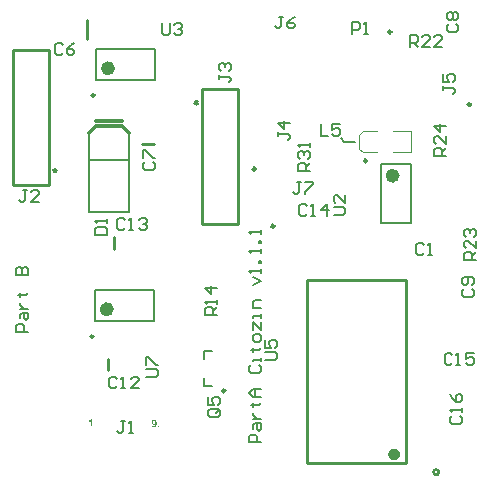
<source format=gto>
%FSLAX24Y24*%
%MOIN*%
G70*
G01*
G75*
G04 Layer_Color=16777215*
%ADD10C,0.0098*%
%ADD11R,0.0299X0.0945*%
%ADD12R,0.0315X0.0354*%
%ADD13R,0.0354X0.0315*%
%ADD14R,0.0276X0.0394*%
%ADD15R,0.0236X0.0886*%
%ADD16R,0.0591X0.0295*%
%ADD17R,0.0295X0.0591*%
%ADD18R,0.0354X0.0315*%
%ADD19R,0.0492X0.0433*%
%ADD20R,0.0906X0.0906*%
%ADD21R,0.0197X0.0236*%
%ADD22R,0.0236X0.0197*%
%ADD23R,0.0394X0.0276*%
%ADD24R,0.0315X0.0630*%
%ADD25R,0.0846X0.0335*%
%ADD26C,0.0335*%
%ADD27R,0.0335X0.0846*%
%ADD28R,0.0886X0.0236*%
%ADD29C,0.0276*%
%ADD30C,0.0118*%
%ADD31C,0.0138*%
%ADD32C,0.0079*%
%ADD33C,0.0197*%
%ADD34O,0.0472X0.0394*%
%ADD35R,0.0472X0.0394*%
%ADD36O,0.0669X0.1181*%
%ADD37C,0.0380*%
%ADD38R,0.0630X0.0315*%
%ADD39R,0.0906X0.0236*%
%ADD40R,0.0630X0.1063*%
%ADD41R,0.0358X0.0480*%
%ADD42R,0.0480X0.0358*%
%ADD43R,0.0118X0.0295*%
%ADD44R,0.2165X0.0827*%
%ADD45C,0.0100*%
%ADD46C,0.0236*%
%ADD47C,0.0394*%
%ADD48C,0.0039*%
%ADD49C,0.0061*%
G36*
X5061Y1732D02*
X5013D01*
Y1781D01*
X5061D01*
Y1732D01*
D02*
G37*
G36*
X2828Y1772D02*
X2779D01*
Y1954D01*
X2779Y1953D01*
X2778Y1953D01*
X2776Y1951D01*
X2775Y1949D01*
X2772Y1948D01*
X2769Y1945D01*
X2765Y1943D01*
X2761Y1940D01*
X2757Y1937D01*
X2752Y1934D01*
X2742Y1928D01*
X2730Y1922D01*
X2717Y1917D01*
Y1961D01*
X2717D01*
X2717Y1961D01*
X2718Y1962D01*
X2720Y1962D01*
X2724Y1964D01*
X2729Y1966D01*
X2735Y1969D01*
X2742Y1974D01*
X2750Y1978D01*
X2758Y1984D01*
X2758Y1985D01*
X2759Y1985D01*
X2760Y1986D01*
X2761Y1987D01*
X2765Y1991D01*
X2770Y1996D01*
X2775Y2002D01*
X2780Y2009D01*
X2785Y2016D01*
X2788Y2025D01*
X2828D01*
Y1772D01*
D02*
G37*
G36*
X4890Y1985D02*
X4893Y1985D01*
X4897Y1984D01*
X4901Y1983D01*
X4906Y1981D01*
X4911Y1980D01*
X4916Y1978D01*
X4921Y1976D01*
X4926Y1973D01*
X4932Y1969D01*
X4937Y1965D01*
X4942Y1961D01*
X4947Y1955D01*
X4947Y1955D01*
X4948Y1954D01*
X4949Y1952D01*
X4951Y1950D01*
X4953Y1947D01*
X4954Y1942D01*
X4957Y1938D01*
X4959Y1932D01*
X4961Y1926D01*
X4964Y1919D01*
X4966Y1910D01*
X4967Y1902D01*
X4969Y1892D01*
X4970Y1882D01*
X4971Y1870D01*
X4971Y1858D01*
Y1857D01*
Y1855D01*
Y1851D01*
X4971Y1847D01*
X4971Y1841D01*
X4970Y1834D01*
X4969Y1827D01*
X4968Y1819D01*
X4965Y1803D01*
X4963Y1795D01*
X4961Y1786D01*
X4958Y1779D01*
X4954Y1771D01*
X4950Y1764D01*
X4946Y1758D01*
X4945Y1758D01*
X4944Y1757D01*
X4943Y1755D01*
X4941Y1753D01*
X4938Y1751D01*
X4935Y1748D01*
X4932Y1746D01*
X4928Y1743D01*
X4923Y1740D01*
X4918Y1737D01*
X4913Y1735D01*
X4907Y1732D01*
X4900Y1730D01*
X4894Y1729D01*
X4886Y1728D01*
X4879Y1728D01*
X4876D01*
X4874Y1728D01*
X4872D01*
X4869Y1728D01*
X4862Y1730D01*
X4855Y1732D01*
X4847Y1734D01*
X4838Y1738D01*
X4831Y1743D01*
Y1744D01*
X4830Y1744D01*
X4828Y1746D01*
X4825Y1750D01*
X4822Y1755D01*
X4818Y1762D01*
X4814Y1770D01*
X4810Y1780D01*
X4808Y1790D01*
X4855Y1796D01*
Y1795D01*
X4855Y1793D01*
X4856Y1791D01*
X4857Y1788D01*
X4858Y1784D01*
X4859Y1780D01*
X4861Y1777D01*
X4863Y1774D01*
X4864Y1774D01*
X4865Y1773D01*
X4867Y1772D01*
X4868Y1771D01*
X4872Y1770D01*
X4875Y1769D01*
X4878Y1768D01*
X4883Y1768D01*
X4883D01*
X4885Y1768D01*
X4888Y1768D01*
X4891Y1769D01*
X4895Y1771D01*
X4900Y1773D01*
X4904Y1776D01*
X4908Y1781D01*
X4908Y1782D01*
X4909Y1783D01*
X4910Y1784D01*
X4911Y1786D01*
X4911Y1788D01*
X4913Y1790D01*
X4914Y1793D01*
X4915Y1797D01*
X4916Y1801D01*
X4917Y1806D01*
X4918Y1811D01*
X4919Y1817D01*
X4920Y1823D01*
X4921Y1831D01*
X4921Y1838D01*
X4921Y1838D01*
X4921Y1838D01*
X4920Y1836D01*
X4918Y1835D01*
X4914Y1832D01*
X4909Y1828D01*
X4902Y1824D01*
X4895Y1821D01*
X4886Y1818D01*
X4881Y1818D01*
X4876Y1817D01*
X4873D01*
X4871Y1818D01*
X4868Y1818D01*
X4865Y1818D01*
X4858Y1820D01*
X4850Y1823D01*
X4846Y1824D01*
X4842Y1827D01*
X4837Y1829D01*
X4833Y1833D01*
X4829Y1836D01*
X4825Y1840D01*
X4824Y1840D01*
X4824Y1841D01*
X4823Y1842D01*
X4821Y1844D01*
X4820Y1846D01*
X4818Y1849D01*
X4816Y1852D01*
X4814Y1856D01*
X4812Y1860D01*
X4810Y1864D01*
X4808Y1869D01*
X4807Y1875D01*
X4804Y1887D01*
X4804Y1893D01*
X4803Y1900D01*
Y1900D01*
Y1901D01*
Y1904D01*
X4804Y1906D01*
X4804Y1909D01*
X4804Y1913D01*
X4805Y1917D01*
X4806Y1922D01*
X4809Y1932D01*
X4810Y1937D01*
X4813Y1942D01*
X4815Y1947D01*
X4819Y1952D01*
X4822Y1957D01*
X4826Y1962D01*
X4826Y1962D01*
X4827Y1963D01*
X4828Y1964D01*
X4830Y1965D01*
X4832Y1967D01*
X4835Y1969D01*
X4838Y1971D01*
X4842Y1973D01*
X4845Y1976D01*
X4850Y1978D01*
X4855Y1980D01*
X4860Y1981D01*
X4865Y1983D01*
X4871Y1984D01*
X4877Y1985D01*
X4884Y1985D01*
X4888D01*
X4890Y1985D01*
D02*
G37*
%LPC*%
G36*
X4881Y1945D02*
X4879D01*
X4877Y1945D01*
X4874Y1944D01*
X4870Y1943D01*
X4867Y1941D01*
X4863Y1938D01*
X4859Y1935D01*
X4859Y1934D01*
X4858Y1933D01*
X4857Y1930D01*
X4855Y1926D01*
X4853Y1922D01*
X4852Y1915D01*
X4851Y1908D01*
X4851Y1900D01*
Y1899D01*
Y1899D01*
Y1897D01*
Y1896D01*
X4851Y1891D01*
X4852Y1886D01*
X4853Y1880D01*
X4855Y1874D01*
X4857Y1869D01*
X4860Y1864D01*
X4860Y1863D01*
X4862Y1862D01*
X4864Y1860D01*
X4867Y1858D01*
X4870Y1856D01*
X4874Y1854D01*
X4879Y1853D01*
X4884Y1852D01*
X4886D01*
X4889Y1853D01*
X4892Y1854D01*
X4896Y1855D01*
X4900Y1857D01*
X4904Y1860D01*
X4908Y1863D01*
X4908Y1864D01*
X4909Y1865D01*
X4911Y1868D01*
X4913Y1872D01*
X4914Y1876D01*
X4916Y1882D01*
X4917Y1888D01*
X4917Y1896D01*
Y1896D01*
Y1897D01*
Y1898D01*
Y1900D01*
X4917Y1904D01*
X4916Y1909D01*
X4915Y1915D01*
X4913Y1921D01*
X4910Y1927D01*
X4906Y1932D01*
X4906Y1933D01*
X4905Y1934D01*
X4902Y1937D01*
X4899Y1939D01*
X4896Y1941D01*
X4891Y1943D01*
X4886Y1945D01*
X4881Y1945D01*
D02*
G37*
%LPD*%
D10*
X2902Y12795D02*
G03*
X2902Y12795I-49J0D01*
G01*
X7254Y2953D02*
G03*
X7254Y2953I-49J0D01*
G01*
X11978Y10612D02*
G03*
X11978Y10612I-49J0D01*
G01*
X2862Y4764D02*
G03*
X2862Y4764I-49J0D01*
G01*
D30*
X2726Y11555D02*
X2953Y11782D01*
X3819D01*
X2953Y11929D02*
X3819D01*
Y11782D02*
X4045Y11555D01*
D32*
X2953Y13307D02*
Y14331D01*
X4921D01*
X2953Y13307D02*
X4921D01*
Y14331D01*
X6535Y3110D02*
Y3386D01*
Y3110D02*
X6811D01*
X6535Y4016D02*
Y4291D01*
X6811D01*
X2726Y8907D02*
Y11555D01*
Y8907D02*
X4045D01*
X2726Y10630D02*
X4045D01*
Y8907D02*
Y11555D01*
X12441Y8543D02*
Y10512D01*
X13465Y8543D02*
Y10512D01*
X12441Y8543D02*
X13465D01*
X12441Y10512D02*
X13465D01*
X2913Y5276D02*
Y6299D01*
X4882D01*
X2913Y5276D02*
X4882D01*
Y6299D01*
X11220Y11260D02*
X11575D01*
X11102Y11378D02*
X11220Y11260D01*
D45*
X6339Y12520D02*
G03*
X6293Y12496I-45J32D01*
G01*
X1535Y10315D02*
G03*
X1581Y10338I45J-32D01*
G01*
X15449Y12497D02*
G03*
X15449Y12497I-56J0D01*
G01*
X8284Y10338D02*
G03*
X8284Y10338I-56J0D01*
G01*
X12795Y14911D02*
G03*
X12795Y14911I-49J0D01*
G01*
X8904Y8435D02*
G03*
X8904Y8435I-56J0D01*
G01*
X14379Y236D02*
G03*
X14379Y236I-88J0D01*
G01*
X7587Y13024D02*
X7687D01*
Y8516D02*
Y13024D01*
X6487Y8516D02*
X7687D01*
X6487D02*
Y13024D01*
X7587D01*
X187Y9811D02*
X287D01*
X187D02*
Y14319D01*
X1387D01*
Y9811D02*
Y14319D01*
X287Y9811D02*
X1387D01*
X3553Y7687D02*
Y8071D01*
X3365Y3632D02*
Y4016D01*
X4488Y11191D02*
X4872D01*
X2638Y14686D02*
Y15306D01*
X9970Y541D02*
X9980Y531D01*
X9970Y541D02*
Y6654D01*
X13268D01*
X9980Y531D02*
X13268D01*
Y6654D01*
D46*
X3465Y13701D02*
G03*
X3465Y13701I-118J0D01*
G01*
X12953Y10118D02*
G03*
X12953Y10118I-118J0D01*
G01*
X3425Y5669D02*
G03*
X3425Y5669I-118J0D01*
G01*
D47*
X12888Y827D02*
G03*
X12888Y827I-2J0D01*
G01*
D48*
X11713Y11024D02*
X11841Y10896D01*
X12303D01*
X11713Y11024D02*
X11841Y10896D01*
X11713Y11024D02*
Y11467D01*
X11850Y11604D01*
X11722Y11476D02*
X11850Y11604D01*
X12303D01*
X12854Y10896D02*
X13445D01*
Y11604D01*
X12854D02*
X13445D01*
D49*
X9780Y9911D02*
X9649D01*
X9714D01*
Y9583D01*
X9649Y9518D01*
X9583D01*
X9518Y9583D01*
X9911Y9911D02*
X10174D01*
Y9846D01*
X9911Y9583D01*
Y9518D01*
X3924Y8635D02*
X3858Y8701D01*
X3727D01*
X3661Y8635D01*
Y8373D01*
X3727Y8307D01*
X3858D01*
X3924Y8373D01*
X4055Y8307D02*
X4186D01*
X4121D01*
Y8701D01*
X4055Y8635D01*
X4383D02*
X4449Y8701D01*
X4580D01*
X4645Y8635D01*
Y8569D01*
X4580Y8504D01*
X4514D01*
X4580D01*
X4645Y8438D01*
Y8373D01*
X4580Y8307D01*
X4449D01*
X4383Y8373D01*
X5157Y15197D02*
Y14869D01*
X5223Y14803D01*
X5354D01*
X5420Y14869D01*
Y15197D01*
X5551Y15131D02*
X5617Y15197D01*
X5748D01*
X5813Y15131D01*
Y15066D01*
X5748Y15000D01*
X5682D01*
X5748D01*
X5813Y14934D01*
Y14869D01*
X5748Y14803D01*
X5617D01*
X5551Y14869D01*
X10079Y10276D02*
X9685D01*
Y10472D01*
X9751Y10538D01*
X9882D01*
X9948Y10472D01*
Y10276D01*
Y10407D02*
X10079Y10538D01*
X9751Y10669D02*
X9685Y10735D01*
Y10866D01*
X9751Y10932D01*
X9816D01*
X9882Y10866D01*
Y10800D01*
Y10866D01*
X9948Y10932D01*
X10013D01*
X10079Y10866D01*
Y10735D01*
X10013Y10669D01*
X10079Y11063D02*
Y11194D01*
Y11128D01*
X9685D01*
X9751Y11063D01*
X14616Y10787D02*
X14223D01*
Y10984D01*
X14288Y11050D01*
X14419D01*
X14485Y10984D01*
Y10787D01*
Y10919D02*
X14616Y11050D01*
Y11443D02*
Y11181D01*
X14354Y11443D01*
X14288D01*
X14223Y11378D01*
Y11247D01*
X14288Y11181D01*
X14616Y11771D02*
X14223D01*
X14419Y11575D01*
Y11837D01*
X15610Y7303D02*
X15217D01*
Y7500D01*
X15282Y7566D01*
X15413D01*
X15479Y7500D01*
Y7303D01*
Y7434D02*
X15610Y7566D01*
Y7959D02*
Y7697D01*
X15348Y7959D01*
X15282D01*
X15217Y7894D01*
Y7762D01*
X15282Y7697D01*
Y8090D02*
X15217Y8156D01*
Y8287D01*
X15282Y8353D01*
X15348D01*
X15413Y8287D01*
Y8221D01*
Y8287D01*
X15479Y8353D01*
X15545D01*
X15610Y8287D01*
Y8156D01*
X15545Y8090D01*
X13417Y14419D02*
Y14813D01*
X13614D01*
X13679Y14747D01*
Y14616D01*
X13614Y14550D01*
X13417D01*
X13548D02*
X13679Y14419D01*
X14073D02*
X13811D01*
X14073Y14682D01*
Y14747D01*
X14007Y14813D01*
X13876D01*
X13811Y14747D01*
X14467Y14419D02*
X14204D01*
X14467Y14682D01*
Y14747D01*
X14401Y14813D01*
X14270D01*
X14204Y14747D01*
X6969Y5465D02*
X6575D01*
Y5662D01*
X6641Y5728D01*
X6772D01*
X6837Y5662D01*
Y5465D01*
Y5596D02*
X6969Y5728D01*
Y5859D02*
Y5990D01*
Y5924D01*
X6575D01*
X6641Y5859D01*
X6969Y6384D02*
X6575D01*
X6772Y6187D01*
Y6449D01*
X7021Y2338D02*
X6759D01*
X6693Y2272D01*
Y2141D01*
X6759Y2076D01*
X7021D01*
X7087Y2141D01*
Y2272D01*
X6955Y2207D02*
X7087Y2338D01*
Y2272D02*
X7021Y2338D01*
X6693Y2732D02*
Y2469D01*
X6890D01*
X6824Y2600D01*
Y2666D01*
X6890Y2732D01*
X7021D01*
X7087Y2666D01*
Y2535D01*
X7021Y2469D01*
X10433Y11840D02*
Y11447D01*
X10695D01*
X11089Y11840D02*
X10827D01*
Y11644D01*
X10958Y11709D01*
X11023D01*
X11089Y11644D01*
Y11512D01*
X11023Y11447D01*
X10892D01*
X10827Y11512D01*
X9016Y11562D02*
Y11430D01*
Y11496D01*
X9344D01*
X9409Y11430D01*
Y11365D01*
X9344Y11299D01*
X9409Y11890D02*
X9016D01*
X9213Y11693D01*
Y11955D01*
X7047Y13491D02*
Y13360D01*
Y13425D01*
X7375D01*
X7441Y13360D01*
Y13294D01*
X7375Y13228D01*
X7113Y13622D02*
X7047Y13688D01*
Y13819D01*
X7113Y13884D01*
X7179D01*
X7244Y13819D01*
Y13753D01*
Y13819D01*
X7310Y13884D01*
X7375D01*
X7441Y13819D01*
Y13688D01*
X7375Y13622D01*
X656Y9646D02*
X525D01*
X590D01*
Y9318D01*
X525Y9252D01*
X459D01*
X394Y9318D01*
X1050Y9252D02*
X787D01*
X1050Y9514D01*
Y9580D01*
X984Y9646D01*
X853D01*
X787Y9580D01*
X3924Y1929D02*
X3793D01*
X3858D01*
Y1601D01*
X3793Y1535D01*
X3727D01*
X3661Y1601D01*
X4055Y1535D02*
X4186D01*
X4121D01*
Y1929D01*
X4055Y1863D01*
X2912Y8150D02*
X3306D01*
Y8346D01*
X3240Y8412D01*
X2978D01*
X2912Y8346D01*
Y8150D01*
X3306Y8543D02*
Y8674D01*
Y8609D01*
X2912D01*
X2978Y8543D01*
X14810Y2123D02*
X14744Y2057D01*
Y1926D01*
X14810Y1860D01*
X15072D01*
X15138Y1926D01*
Y2057D01*
X15072Y2123D01*
X15138Y2254D02*
Y2385D01*
Y2319D01*
X14744D01*
X14810Y2254D01*
X14744Y2844D02*
X14810Y2713D01*
X14941Y2582D01*
X15072D01*
X15138Y2647D01*
Y2779D01*
X15072Y2844D01*
X15007D01*
X14941Y2779D01*
Y2582D01*
X14829Y4147D02*
X14764Y4212D01*
X14633D01*
X14567Y4147D01*
Y3884D01*
X14633Y3819D01*
X14764D01*
X14829Y3884D01*
X14961Y3819D02*
X15092D01*
X15026D01*
Y4212D01*
X14961Y4147D01*
X15551Y4212D02*
X15288D01*
Y4016D01*
X15420Y4081D01*
X15485D01*
X15551Y4016D01*
Y3884D01*
X15485Y3819D01*
X15354D01*
X15288Y3884D01*
X9987Y9108D02*
X9921Y9173D01*
X9790D01*
X9724Y9108D01*
Y8845D01*
X9790Y8780D01*
X9921D01*
X9987Y8845D01*
X10118Y8780D02*
X10249D01*
X10184D01*
Y9173D01*
X10118Y9108D01*
X10643Y8780D02*
Y9173D01*
X10446Y8976D01*
X10708D01*
X3648Y3359D02*
X3583Y3425D01*
X3451D01*
X3386Y3359D01*
Y3097D01*
X3451Y3031D01*
X3583D01*
X3648Y3097D01*
X3779Y3031D02*
X3911D01*
X3845D01*
Y3425D01*
X3779Y3359D01*
X4370Y3031D02*
X4107D01*
X4370Y3294D01*
Y3359D01*
X4304Y3425D01*
X4173D01*
X4107Y3359D01*
X15223Y6355D02*
X15158Y6289D01*
Y6158D01*
X15223Y6093D01*
X15486D01*
X15551Y6158D01*
Y6289D01*
X15486Y6355D01*
Y6486D02*
X15551Y6552D01*
Y6683D01*
X15486Y6748D01*
X15223D01*
X15158Y6683D01*
Y6552D01*
X15223Y6486D01*
X15289D01*
X15354Y6552D01*
Y6748D01*
X14702Y15184D02*
X14636Y15118D01*
Y14987D01*
X14702Y14921D01*
X14964D01*
X15030Y14987D01*
Y15118D01*
X14964Y15184D01*
X14702Y15315D02*
X14636Y15380D01*
Y15512D01*
X14702Y15577D01*
X14767D01*
X14833Y15512D01*
X14898Y15577D01*
X14964D01*
X15030Y15512D01*
Y15380D01*
X14964Y15315D01*
X14898D01*
X14833Y15380D01*
X14767Y15315D01*
X14702D01*
X14833Y15380D02*
Y15512D01*
X4578Y10577D02*
X4512Y10512D01*
Y10381D01*
X4578Y10315D01*
X4840D01*
X4905Y10381D01*
Y10512D01*
X4840Y10577D01*
X4512Y10709D02*
Y10971D01*
X4578D01*
X4840Y10709D01*
X4905D01*
X1837Y14462D02*
X1772Y14527D01*
X1640D01*
X1575Y14462D01*
Y14199D01*
X1640Y14134D01*
X1772D01*
X1837Y14199D01*
X2231Y14527D02*
X2100Y14462D01*
X1968Y14331D01*
Y14199D01*
X2034Y14134D01*
X2165D01*
X2231Y14199D01*
Y14265D01*
X2165Y14331D01*
X1968D01*
X13884Y7808D02*
X13819Y7874D01*
X13688D01*
X13622Y7808D01*
Y7546D01*
X13688Y7480D01*
X13819D01*
X13884Y7546D01*
X14016Y7480D02*
X14147D01*
X14081D01*
Y7874D01*
X14016Y7808D01*
X8593Y3986D02*
X8921D01*
X8986Y4052D01*
Y4183D01*
X8921Y4249D01*
X8593D01*
Y4642D02*
Y4380D01*
X8789D01*
X8724Y4511D01*
Y4577D01*
X8789Y4642D01*
X8921D01*
X8986Y4577D01*
Y4445D01*
X8921Y4380D01*
X14508Y13107D02*
Y12976D01*
Y13041D01*
X14836D01*
X14902Y12976D01*
Y12910D01*
X14836Y12844D01*
X14508Y13500D02*
Y13238D01*
X14705D01*
X14639Y13369D01*
Y13435D01*
X14705Y13500D01*
X14836D01*
X14902Y13435D01*
Y13304D01*
X14836Y13238D01*
X10866Y8819D02*
X11194D01*
X11260Y8884D01*
Y9016D01*
X11194Y9081D01*
X10866D01*
X11260Y9475D02*
Y9212D01*
X10997Y9475D01*
X10932D01*
X10866Y9409D01*
Y9278D01*
X10932Y9212D01*
X9190Y15423D02*
X9058D01*
X9124D01*
Y15095D01*
X9058Y15030D01*
X8993D01*
X8927Y15095D01*
X9583Y15423D02*
X9452Y15358D01*
X9321Y15226D01*
Y15095D01*
X9386Y15030D01*
X9518D01*
X9583Y15095D01*
Y15161D01*
X9518Y15226D01*
X9321D01*
X11496Y14843D02*
Y15236D01*
X11693D01*
X11758Y15171D01*
Y15039D01*
X11693Y14974D01*
X11496D01*
X11890Y14843D02*
X12021D01*
X11955D01*
Y15236D01*
X11890Y15171D01*
X4606Y3425D02*
X4934D01*
X5000Y3491D01*
Y3622D01*
X4934Y3688D01*
X4606D01*
Y3819D02*
Y4081D01*
X4672D01*
X4934Y3819D01*
X5000D01*
X679Y4902D02*
X286D01*
Y5098D01*
X351Y5164D01*
X482D01*
X548Y5098D01*
Y4902D01*
X417Y5361D02*
Y5492D01*
X482Y5558D01*
X679D01*
Y5361D01*
X614Y5295D01*
X548Y5361D01*
Y5558D01*
X417Y5689D02*
X679D01*
X548D01*
X482Y5754D01*
X417Y5820D01*
Y5886D01*
X351Y6148D02*
X417D01*
Y6082D01*
Y6213D01*
Y6148D01*
X614D01*
X679Y6213D01*
X286Y6804D02*
X679D01*
Y7001D01*
X614Y7066D01*
X548D01*
X482Y7001D01*
Y6804D01*
Y7001D01*
X417Y7066D01*
X351D01*
X286Y7001D01*
Y6804D01*
X8445Y1230D02*
X8051D01*
Y1427D01*
X8117Y1493D01*
X8248D01*
X8314Y1427D01*
Y1230D01*
X8183Y1689D02*
Y1821D01*
X8248Y1886D01*
X8445D01*
Y1689D01*
X8379Y1624D01*
X8314Y1689D01*
Y1886D01*
X8183Y2017D02*
X8445D01*
X8314D01*
X8248Y2083D01*
X8183Y2149D01*
Y2214D01*
X8117Y2477D02*
X8183D01*
Y2411D01*
Y2542D01*
Y2477D01*
X8379D01*
X8445Y2542D01*
Y2739D02*
X8183D01*
X8051Y2870D01*
X8183Y3001D01*
X8445D01*
X8248D01*
Y2739D01*
X8107Y3796D02*
X8041Y3730D01*
Y3599D01*
X8107Y3533D01*
X8369D01*
X8435Y3599D01*
Y3730D01*
X8369Y3796D01*
X8435Y3927D02*
Y4058D01*
Y3993D01*
X8173D01*
Y3927D01*
X8107Y4321D02*
X8173D01*
Y4255D01*
Y4386D01*
Y4321D01*
X8369D01*
X8435Y4386D01*
Y4649D02*
Y4780D01*
X8369Y4845D01*
X8238D01*
X8173Y4780D01*
Y4649D01*
X8238Y4583D01*
X8369D01*
X8435Y4649D01*
X8173Y4977D02*
Y5239D01*
X8435Y4977D01*
Y5239D01*
Y5370D02*
Y5501D01*
Y5436D01*
X8173D01*
Y5370D01*
X8435Y5698D02*
X8173D01*
Y5895D01*
X8238Y5961D01*
X8435D01*
X8173Y6485D02*
X8435Y6616D01*
X8173Y6748D01*
X8435Y6879D02*
Y7010D01*
Y6944D01*
X8041D01*
X8107Y6879D01*
X8435Y7207D02*
X8369D01*
Y7272D01*
X8435D01*
Y7207D01*
Y7535D02*
Y7666D01*
Y7600D01*
X8041D01*
X8107Y7535D01*
X8435Y7863D02*
X8369D01*
Y7928D01*
X8435D01*
Y7863D01*
Y8191D02*
Y8322D01*
Y8256D01*
X8041D01*
X8107Y8191D01*
M02*

</source>
